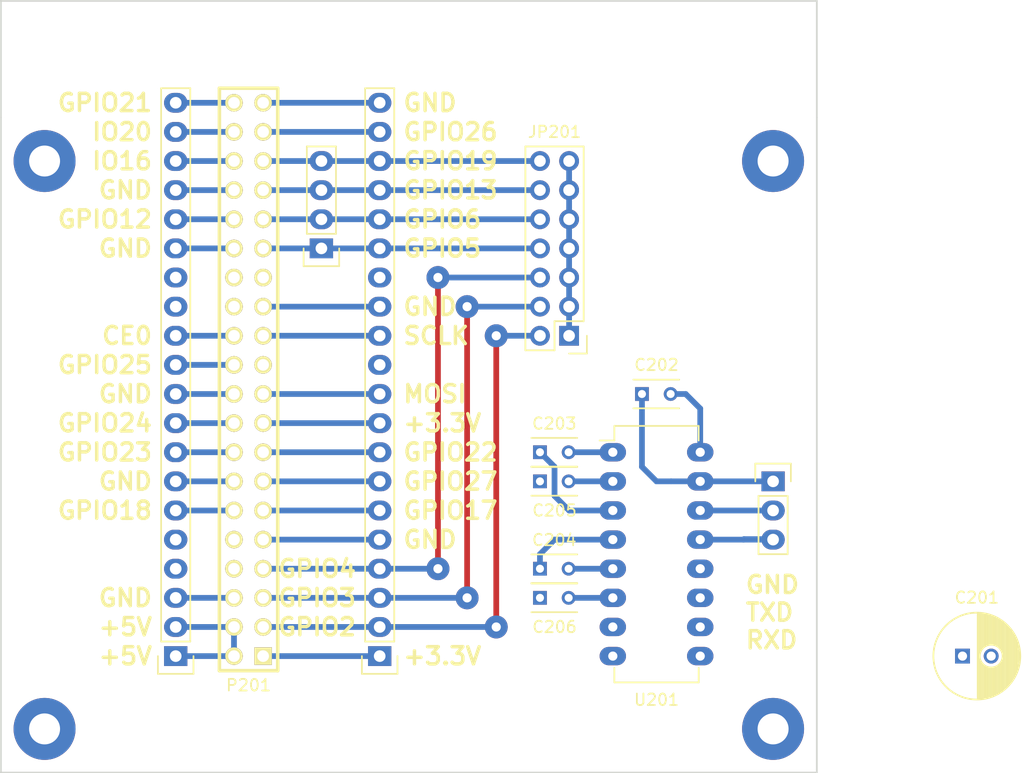
<source format=kicad_pcb>
(kicad_pcb (version 4) (host pcbnew 4.0.5+dfsg1-4)

  (general
    (links 0)
    (no_connects 0)
    (area 91.782857 50.795 190.025001 133.455)
    (thickness 1.6)
    (drawings 41)
    (tracks 80)
    (zones 0)
    (modules 17)
    (nets 1)
  )

  (page A4)
  (title_block
    (title "MM5D Growing house controlling and remote monitoring equip.")
    (date 2019-09-19)
    (rev 190919)
    (company "Pozsar Zsolt - http://www.szerafingomba.hu")
    (comment 1 "Unit U2")
    (comment 4 "Draw no.: 59/5/7")
  )

  (layers
    (0 F.Cu signal)
    (31 B.Cu signal)
    (37 F.SilkS user)
    (44 Edge.Cuts user)
  )

  (setup
    (last_trace_width 0.5)
    (user_trace_width 0.5)
    (trace_clearance 0.5)
    (zone_clearance 0.508)
    (zone_45_only no)
    (trace_min 0.5)
    (segment_width 0.2)
    (edge_width 0.15)
    (via_size 2)
    (via_drill 0.8)
    (via_min_size 2)
    (via_min_drill 0.8)
    (user_via 2.54 0.8)
    (uvia_size 2)
    (uvia_drill 0.8)
    (uvias_allowed no)
    (uvia_min_size 2)
    (uvia_min_drill 0.8)
    (pcb_text_width 0.3)
    (pcb_text_size 1.5 1.5)
    (mod_edge_width 0.15)
    (mod_text_size 1 1)
    (mod_text_width 0.15)
    (pad_size 2.54 2.54)
    (pad_drill 0.8)
    (pad_to_mask_clearance 0.2)
    (aux_axis_origin 0 0)
    (visible_elements 7FFFFFFF)
    (pcbplotparams
      (layerselection 0x00020_80000001)
      (usegerberextensions false)
      (excludeedgelayer false)
      (linewidth 0.150000)
      (plotframeref true)
      (viasonmask false)
      (mode 1)
      (useauxorigin false)
      (hpglpennumber 1)
      (hpglpenspeed 20)
      (hpglpendiameter 15)
      (hpglpenoverlay 2)
      (psnegative false)
      (psa4output false)
      (plotreference true)
      (plotvalue true)
      (plotinvisibletext false)
      (padsonsilk false)
      (subtractmaskfromsilk false)
      (outputformat 5)
      (mirror false)
      (drillshape 1)
      (scaleselection 1)
      (outputdirectory ""))
  )

  (net 0 "")

  (net_class Default "This is the default net class."
    (clearance 0.5)
    (trace_width 0.5)
    (via_dia 2)
    (via_drill 0.8)
    (uvia_dia 2)
    (uvia_drill 0.8)
  )

  (module Mounting_Holes:MountingHole_2.7mm_M2.5_Pad (layer F.Cu) (tedit 5D92496F) (tstamp 5D95109B)
    (at 167.64 74.93)
    (descr "Mounting Hole 2.7mm, M2.5")
    (tags "mounting hole 2.7mm m2.5")
    (fp_text reference REF** (at 0 -15.24) (layer F.SilkS) hide
      (effects (font (size 1 1) (thickness 0.15)))
    )
    (fp_text value MountingHole_2.7mm_M2.5_Pad (at 0 -17.78) (layer F.Fab) hide
      (effects (font (size 1 1) (thickness 0.15)))
    )
    (fp_circle (center 0 0) (end 2.7 0) (layer Cmts.User) (width 0.15))
    (fp_circle (center 0 0) (end 2.95 0) (layer F.CrtYd) (width 0.05))
    (pad 1 thru_hole circle (at 0 0) (size 5.4 5.4) (drill 2.7) (layers *.Cu *.Mask))
  )

  (module Mounting_Holes:MountingHole_2.7mm_M2.5_Pad (layer F.Cu) (tedit 5D924966) (tstamp 5D951091)
    (at 104.14 74.93)
    (descr "Mounting Hole 2.7mm, M2.5")
    (tags "mounting hole 2.7mm m2.5")
    (fp_text reference REF** (at 0 -15.24) (layer F.SilkS) hide
      (effects (font (size 1 1) (thickness 0.15)))
    )
    (fp_text value MountingHole_2.7mm_M2.5_Pad (at 0 -17.78) (layer F.Fab) hide
      (effects (font (size 1 1) (thickness 0.15)))
    )
    (fp_circle (center 0 0) (end 2.7 0) (layer Cmts.User) (width 0.15))
    (fp_circle (center 0 0) (end 2.95 0) (layer F.CrtYd) (width 0.05))
    (pad 1 thru_hole circle (at 0 0) (size 5.4 5.4) (drill 2.7) (layers *.Cu *.Mask))
  )

  (module Mounting_Holes:MountingHole_2.7mm_M2.5_Pad (layer F.Cu) (tedit 5D924680) (tstamp 5D9510AB)
    (at 167.64 124.46)
    (descr "Mounting Hole 2.7mm, M2.5")
    (tags "mounting hole 2.7mm m2.5")
    (fp_text reference REF** (at 0 5.08) (layer F.SilkS) hide
      (effects (font (size 1 1) (thickness 0.15)))
    )
    (fp_text value MountingHole_2.7mm_M2.5_Pad (at 0 7.62) (layer F.Fab) hide
      (effects (font (size 1 1) (thickness 0.15)))
    )
    (fp_circle (center 0 0) (end 2.7 0) (layer Cmts.User) (width 0.15))
    (fp_circle (center 0 0) (end 2.95 0) (layer F.CrtYd) (width 0.05))
    (pad 1 thru_hole circle (at 0 0) (size 5.4 5.4) (drill 2.7) (layers *.Cu *.Mask))
  )

  (module Mounting_Holes:MountingHole_2.7mm_M2.5_Pad (layer F.Cu) (tedit 5D924673) (tstamp 5D9510B8)
    (at 104.14 124.46)
    (descr "Mounting Hole 2.7mm, M2.5")
    (tags "mounting hole 2.7mm m2.5")
    (fp_text reference REF** (at 0 5.08) (layer F.SilkS) hide
      (effects (font (size 1 1) (thickness 0.15)))
    )
    (fp_text value MountingHole_2.7mm_M2.5_Pad (at 0 7.62) (layer F.Fab) hide
      (effects (font (size 1 1) (thickness 0.15)))
    )
    (fp_circle (center 0 0) (end 2.7 0) (layer Cmts.User) (width 0.15))
    (fp_circle (center 0 0) (end 2.95 0) (layer F.CrtYd) (width 0.05))
    (pad 1 thru_hole circle (at 0 0) (size 5.4 5.4) (drill 2.7) (layers *.Cu *.Mask))
  )

  (module Connectors:conn2X20 (layer F.Cu) (tedit 5D92464C) (tstamp 5D953809)
    (at 121.92 93.98 90)
    (descr "Double rangee de contacts 2 x 12 pins")
    (tags CONN)
    (fp_text reference P201 (at -26.67 0 180) (layer F.SilkS)
      (effects (font (size 1.016 1.016) (thickness 0.15)))
    )
    (fp_text value PIN_ARRAY_20X2 (at 0 0 90) (layer F.SilkS) hide
      (effects (font (size 1.016 1.016) (thickness 0.2032)))
    )
    (fp_line (start 25.4 2.54) (end -25.4 2.54) (layer F.SilkS) (width 0.3048))
    (fp_line (start 25.4 -2.54) (end -25.4 -2.54) (layer F.SilkS) (width 0.3048))
    (fp_line (start 25.4 -2.54) (end 25.4 2.54) (layer F.SilkS) (width 0.3048))
    (fp_line (start -25.4 -2.54) (end -25.4 2.54) (layer F.SilkS) (width 0.3048))
    (pad 1 thru_hole rect (at -24.13 1.27 90) (size 1.524 1.524) (drill 1.016) (layers *.Cu *.Mask F.SilkS))
    (pad 2 thru_hole circle (at -24.13 -1.27 90) (size 1.524 1.524) (drill 1.016) (layers *.Cu *.Mask F.SilkS))
    (pad 11 thru_hole circle (at -11.43 1.27 90) (size 1.524 1.524) (drill 1.016) (layers *.Cu *.Mask F.SilkS))
    (pad 4 thru_hole circle (at -21.59 -1.27 90) (size 1.524 1.524) (drill 1.016) (layers *.Cu *.Mask F.SilkS))
    (pad 13 thru_hole circle (at -8.89 1.27 90) (size 1.524 1.524) (drill 1.016) (layers *.Cu *.Mask F.SilkS))
    (pad 6 thru_hole circle (at -19.05 -1.27 90) (size 1.524 1.524) (drill 1.016) (layers *.Cu *.Mask F.SilkS))
    (pad 15 thru_hole circle (at -6.35 1.27 90) (size 1.524 1.524) (drill 1.016) (layers *.Cu *.Mask F.SilkS))
    (pad 8 thru_hole circle (at -16.51 -1.27 90) (size 1.524 1.524) (drill 1.016) (layers *.Cu *.Mask F.SilkS))
    (pad 17 thru_hole circle (at -3.81 1.27 90) (size 1.524 1.524) (drill 1.016) (layers *.Cu *.Mask F.SilkS))
    (pad 10 thru_hole circle (at -13.97 -1.27 90) (size 1.524 1.524) (drill 1.016) (layers *.Cu *.Mask F.SilkS))
    (pad 19 thru_hole circle (at -1.27 1.27 90) (size 1.524 1.524) (drill 1.016) (layers *.Cu *.Mask F.SilkS))
    (pad 12 thru_hole circle (at -11.43 -1.27 90) (size 1.524 1.524) (drill 1.016) (layers *.Cu *.Mask F.SilkS))
    (pad 21 thru_hole circle (at 1.27 1.27 90) (size 1.524 1.524) (drill 1.016) (layers *.Cu *.Mask F.SilkS))
    (pad 14 thru_hole circle (at -8.89 -1.27 90) (size 1.524 1.524) (drill 1.016) (layers *.Cu *.Mask F.SilkS))
    (pad 23 thru_hole circle (at 3.81 1.27 90) (size 1.524 1.524) (drill 1.016) (layers *.Cu *.Mask F.SilkS))
    (pad 16 thru_hole circle (at -6.35 -1.27 90) (size 1.524 1.524) (drill 1.016) (layers *.Cu *.Mask F.SilkS))
    (pad 25 thru_hole circle (at 6.35 1.27 90) (size 1.524 1.524) (drill 1.016) (layers *.Cu *.Mask F.SilkS))
    (pad 18 thru_hole circle (at -3.81 -1.27 90) (size 1.524 1.524) (drill 1.016) (layers *.Cu *.Mask F.SilkS))
    (pad 27 thru_hole circle (at 8.89 1.27 90) (size 1.524 1.524) (drill 1.016) (layers *.Cu *.Mask F.SilkS))
    (pad 20 thru_hole circle (at -1.27 -1.27 90) (size 1.524 1.524) (drill 1.016) (layers *.Cu *.Mask F.SilkS))
    (pad 29 thru_hole circle (at 11.43 1.27 90) (size 1.524 1.524) (drill 1.016) (layers *.Cu *.Mask F.SilkS))
    (pad 22 thru_hole circle (at 1.27 -1.27 90) (size 1.524 1.524) (drill 1.016) (layers *.Cu *.Mask F.SilkS))
    (pad 31 thru_hole circle (at 13.97 1.27 90) (size 1.524 1.524) (drill 1.016) (layers *.Cu *.Mask F.SilkS))
    (pad 24 thru_hole circle (at 3.81 -1.27 90) (size 1.524 1.524) (drill 1.016) (layers *.Cu *.Mask F.SilkS))
    (pad 26 thru_hole circle (at 6.35 -1.27 90) (size 1.524 1.524) (drill 1.016) (layers *.Cu *.Mask F.SilkS))
    (pad 33 thru_hole circle (at 16.51 1.27 90) (size 1.524 1.524) (drill 1.016) (layers *.Cu *.Mask F.SilkS))
    (pad 28 thru_hole circle (at 8.89 -1.27 90) (size 1.524 1.524) (drill 1.016) (layers *.Cu *.Mask F.SilkS))
    (pad 32 thru_hole circle (at 13.97 -1.27 90) (size 1.524 1.524) (drill 1.016) (layers *.Cu *.Mask F.SilkS))
    (pad 34 thru_hole circle (at 16.51 -1.27 90) (size 1.524 1.524) (drill 1.016) (layers *.Cu *.Mask F.SilkS))
    (pad 36 thru_hole circle (at 19.05 -1.27 90) (size 1.524 1.524) (drill 1.016) (layers *.Cu *.Mask F.SilkS))
    (pad 38 thru_hole circle (at 21.59 -1.27 90) (size 1.524 1.524) (drill 1.016) (layers *.Cu *.Mask F.SilkS))
    (pad 35 thru_hole circle (at 19.05 1.27 90) (size 1.524 1.524) (drill 1.016) (layers *.Cu *.Mask F.SilkS))
    (pad 37 thru_hole circle (at 21.59 1.27 90) (size 1.524 1.524) (drill 1.016) (layers *.Cu *.Mask F.SilkS))
    (pad 3 thru_hole circle (at -21.59 1.27 90) (size 1.524 1.524) (drill 1.016) (layers *.Cu *.Mask F.SilkS))
    (pad 5 thru_hole circle (at -19.05 1.27 90) (size 1.524 1.524) (drill 1.016) (layers *.Cu *.Mask F.SilkS))
    (pad 7 thru_hole circle (at -16.51 1.27 90) (size 1.524 1.524) (drill 1.016) (layers *.Cu *.Mask F.SilkS))
    (pad 9 thru_hole circle (at -13.97 1.27 90) (size 1.524 1.524) (drill 1.016) (layers *.Cu *.Mask F.SilkS))
    (pad 39 thru_hole circle (at 24.13 1.27 90) (size 1.524 1.524) (drill 1.016) (layers *.Cu *.Mask F.SilkS))
    (pad 40 thru_hole circle (at 24.13 -1.27 90) (size 1.524 1.524) (drill 1.016) (layers *.Cu *.Mask F.SilkS))
    (pad 30 thru_hole circle (at 11.43 -1.27 90) (size 1.524 1.524) (drill 1.016) (layers *.Cu *.Mask F.SilkS))
    (model pin_array/pins_array_20x2.wrl
      (at (xyz 0 0 0))
      (scale (xyz 1 1 1))
      (rotate (xyz 0 0 0))
    )
  )

  (module Pin_Headers:Pin_Header_Straight_1x20 (layer F.Cu) (tedit 5D924676) (tstamp 5D95BCC8)
    (at 115.57 118.11 180)
    (descr "Through hole pin header")
    (tags "pin header")
    (fp_text reference REF** (at 0 -6.35 180) (layer F.SilkS) hide
      (effects (font (size 1 1) (thickness 0.15)))
    )
    (fp_text value Pin_Header_Straight_1x20 (at 0 -8.89 180) (layer F.Fab) hide
      (effects (font (size 1 1) (thickness 0.15)))
    )
    (fp_line (start -1.75 -1.75) (end -1.75 50.05) (layer F.CrtYd) (width 0.05))
    (fp_line (start 1.75 -1.75) (end 1.75 50.05) (layer F.CrtYd) (width 0.05))
    (fp_line (start -1.75 -1.75) (end 1.75 -1.75) (layer F.CrtYd) (width 0.05))
    (fp_line (start -1.75 50.05) (end 1.75 50.05) (layer F.CrtYd) (width 0.05))
    (fp_line (start 1.27 1.27) (end 1.27 49.53) (layer F.SilkS) (width 0.15))
    (fp_line (start 1.27 49.53) (end -1.27 49.53) (layer F.SilkS) (width 0.15))
    (fp_line (start -1.27 49.53) (end -1.27 1.27) (layer F.SilkS) (width 0.15))
    (fp_line (start 1.55 -1.55) (end 1.55 0) (layer F.SilkS) (width 0.15))
    (fp_line (start 1.27 1.27) (end -1.27 1.27) (layer F.SilkS) (width 0.15))
    (fp_line (start -1.55 0) (end -1.55 -1.55) (layer F.SilkS) (width 0.15))
    (fp_line (start -1.55 -1.55) (end 1.55 -1.55) (layer F.SilkS) (width 0.15))
    (pad 1 thru_hole rect (at 0 0 180) (size 2.032 1.7272) (drill 1.016) (layers *.Cu *.Mask))
    (pad 2 thru_hole oval (at 0 2.54 180) (size 2.032 1.7272) (drill 1.016) (layers *.Cu *.Mask))
    (pad 3 thru_hole oval (at 0 5.08 180) (size 2.032 1.7272) (drill 1.016) (layers *.Cu *.Mask))
    (pad 4 thru_hole oval (at 0 7.62 180) (size 2.032 1.7272) (drill 1.016) (layers *.Cu *.Mask))
    (pad 5 thru_hole oval (at 0 10.16 180) (size 2.032 1.7272) (drill 1.016) (layers *.Cu *.Mask))
    (pad 6 thru_hole oval (at 0 12.7 180) (size 2.032 1.7272) (drill 1.016) (layers *.Cu *.Mask))
    (pad 7 thru_hole oval (at 0 15.24 180) (size 2.032 1.7272) (drill 1.016) (layers *.Cu *.Mask))
    (pad 8 thru_hole oval (at 0 17.78 180) (size 2.032 1.7272) (drill 1.016) (layers *.Cu *.Mask))
    (pad 9 thru_hole oval (at 0 20.32 180) (size 2.032 1.7272) (drill 1.016) (layers *.Cu *.Mask))
    (pad 10 thru_hole oval (at 0 22.86 180) (size 2.032 1.7272) (drill 1.016) (layers *.Cu *.Mask))
    (pad 11 thru_hole oval (at 0 25.4 180) (size 2.032 1.7272) (drill 1.016) (layers *.Cu *.Mask))
    (pad 12 thru_hole oval (at 0 27.94 180) (size 2.032 1.7272) (drill 1.016) (layers *.Cu *.Mask))
    (pad 13 thru_hole oval (at 0 30.48 180) (size 2.032 1.7272) (drill 1.016) (layers *.Cu *.Mask))
    (pad 14 thru_hole oval (at 0 33.02 180) (size 2.032 1.7272) (drill 1.016) (layers *.Cu *.Mask))
    (pad 15 thru_hole oval (at 0 35.56 180) (size 2.032 1.7272) (drill 1.016) (layers *.Cu *.Mask))
    (pad 16 thru_hole oval (at 0 38.1 180) (size 2.032 1.7272) (drill 1.016) (layers *.Cu *.Mask))
    (pad 17 thru_hole oval (at 0 40.64 180) (size 2.032 1.7272) (drill 1.016) (layers *.Cu *.Mask))
    (pad 18 thru_hole oval (at 0 43.18 180) (size 2.032 1.7272) (drill 1.016) (layers *.Cu *.Mask))
    (pad 19 thru_hole oval (at 0 45.72 180) (size 2.032 1.7272) (drill 1.016) (layers *.Cu *.Mask))
    (pad 20 thru_hole oval (at 0 48.26 180) (size 2.032 1.7272) (drill 1.016) (layers *.Cu *.Mask))
    (model Pin_Headers.3dshapes/Pin_Header_Straight_1x20.wrl
      (at (xyz 0 -0.95 0))
      (scale (xyz 1 1 1))
      (rotate (xyz 0 0 90))
    )
  )

  (module Pin_Headers:Pin_Header_Straight_1x20 (layer F.Cu) (tedit 5D924683) (tstamp 5D95BD85)
    (at 133.35 118.11 180)
    (descr "Through hole pin header")
    (tags "pin header")
    (fp_text reference REF** (at 0 -6.35 180) (layer F.SilkS) hide
      (effects (font (size 1 1) (thickness 0.15)))
    )
    (fp_text value Pin_Header_Straight_1x20 (at 0 -8.89 180) (layer F.Fab) hide
      (effects (font (size 1 1) (thickness 0.15)))
    )
    (fp_line (start -1.75 -1.75) (end -1.75 50.05) (layer F.CrtYd) (width 0.05))
    (fp_line (start 1.75 -1.75) (end 1.75 50.05) (layer F.CrtYd) (width 0.05))
    (fp_line (start -1.75 -1.75) (end 1.75 -1.75) (layer F.CrtYd) (width 0.05))
    (fp_line (start -1.75 50.05) (end 1.75 50.05) (layer F.CrtYd) (width 0.05))
    (fp_line (start 1.27 1.27) (end 1.27 49.53) (layer F.SilkS) (width 0.15))
    (fp_line (start 1.27 49.53) (end -1.27 49.53) (layer F.SilkS) (width 0.15))
    (fp_line (start -1.27 49.53) (end -1.27 1.27) (layer F.SilkS) (width 0.15))
    (fp_line (start 1.55 -1.55) (end 1.55 0) (layer F.SilkS) (width 0.15))
    (fp_line (start 1.27 1.27) (end -1.27 1.27) (layer F.SilkS) (width 0.15))
    (fp_line (start -1.55 0) (end -1.55 -1.55) (layer F.SilkS) (width 0.15))
    (fp_line (start -1.55 -1.55) (end 1.55 -1.55) (layer F.SilkS) (width 0.15))
    (pad 1 thru_hole rect (at 0 0 180) (size 2.032 1.7272) (drill 1.016) (layers *.Cu *.Mask))
    (pad 2 thru_hole oval (at 0 2.54 180) (size 2.032 1.7272) (drill 1.016) (layers *.Cu *.Mask))
    (pad 3 thru_hole oval (at 0 5.08 180) (size 2.032 1.7272) (drill 1.016) (layers *.Cu *.Mask))
    (pad 4 thru_hole oval (at 0 7.62 180) (size 2.032 1.7272) (drill 1.016) (layers *.Cu *.Mask))
    (pad 5 thru_hole oval (at 0 10.16 180) (size 2.032 1.7272) (drill 1.016) (layers *.Cu *.Mask))
    (pad 6 thru_hole oval (at 0 12.7 180) (size 2.032 1.7272) (drill 1.016) (layers *.Cu *.Mask))
    (pad 7 thru_hole oval (at 0 15.24 180) (size 2.032 1.7272) (drill 1.016) (layers *.Cu *.Mask))
    (pad 8 thru_hole oval (at 0 17.78 180) (size 2.032 1.7272) (drill 1.016) (layers *.Cu *.Mask))
    (pad 9 thru_hole oval (at 0 20.32 180) (size 2.032 1.7272) (drill 1.016) (layers *.Cu *.Mask))
    (pad 10 thru_hole oval (at 0 22.86 180) (size 2.032 1.7272) (drill 1.016) (layers *.Cu *.Mask))
    (pad 11 thru_hole oval (at 0 25.4 180) (size 2.032 1.7272) (drill 1.016) (layers *.Cu *.Mask))
    (pad 12 thru_hole oval (at 0 27.94 180) (size 2.032 1.7272) (drill 1.016) (layers *.Cu *.Mask))
    (pad 13 thru_hole oval (at 0 30.48 180) (size 2.032 1.7272) (drill 1.016) (layers *.Cu *.Mask))
    (pad 14 thru_hole oval (at 0 33.02 180) (size 2.032 1.7272) (drill 1.016) (layers *.Cu *.Mask))
    (pad 15 thru_hole oval (at 0 35.56 180) (size 2.032 1.7272) (drill 1.016) (layers *.Cu *.Mask))
    (pad 16 thru_hole oval (at 0 38.1 180) (size 2.032 1.7272) (drill 1.016) (layers *.Cu *.Mask))
    (pad 17 thru_hole oval (at 0 40.64 180) (size 2.032 1.7272) (drill 1.016) (layers *.Cu *.Mask))
    (pad 18 thru_hole oval (at 0 43.18 180) (size 2.032 1.7272) (drill 1.016) (layers *.Cu *.Mask))
    (pad 19 thru_hole oval (at 0 45.72 180) (size 2.032 1.7272) (drill 1.016) (layers *.Cu *.Mask))
    (pad 20 thru_hole oval (at 0 48.26 180) (size 2.032 1.7272) (drill 1.016) (layers *.Cu *.Mask))
    (model Pin_Headers.3dshapes/Pin_Header_Straight_1x20.wrl
      (at (xyz 0 -0.95 0))
      (scale (xyz 1 1 1))
      (rotate (xyz 0 0 90))
    )
  )

  (module Pin_Headers:Pin_Header_Straight_1x04 (layer F.Cu) (tedit 5D924969) (tstamp 5D96295A)
    (at 128.27 82.55 180)
    (descr "Through hole pin header")
    (tags "pin header")
    (fp_text reference REF** (at 1.27 27.94 180) (layer F.SilkS) hide
      (effects (font (size 1 1) (thickness 0.15)))
    )
    (fp_text value Pin_Header_Straight_1x04 (at 0 30.48 360) (layer F.Fab) hide
      (effects (font (size 1 1) (thickness 0.15)))
    )
    (fp_line (start -1.75 -1.75) (end -1.75 9.4) (layer F.CrtYd) (width 0.05))
    (fp_line (start 1.75 -1.75) (end 1.75 9.4) (layer F.CrtYd) (width 0.05))
    (fp_line (start -1.75 -1.75) (end 1.75 -1.75) (layer F.CrtYd) (width 0.05))
    (fp_line (start -1.75 9.4) (end 1.75 9.4) (layer F.CrtYd) (width 0.05))
    (fp_line (start -1.27 1.27) (end -1.27 8.89) (layer F.SilkS) (width 0.15))
    (fp_line (start 1.27 1.27) (end 1.27 8.89) (layer F.SilkS) (width 0.15))
    (fp_line (start 1.55 -1.55) (end 1.55 0) (layer F.SilkS) (width 0.15))
    (fp_line (start -1.27 8.89) (end 1.27 8.89) (layer F.SilkS) (width 0.15))
    (fp_line (start 1.27 1.27) (end -1.27 1.27) (layer F.SilkS) (width 0.15))
    (fp_line (start -1.55 0) (end -1.55 -1.55) (layer F.SilkS) (width 0.15))
    (fp_line (start -1.55 -1.55) (end 1.55 -1.55) (layer F.SilkS) (width 0.15))
    (pad 1 thru_hole rect (at 0 0 180) (size 2.032 1.7272) (drill 1.016) (layers *.Cu *.Mask))
    (pad 2 thru_hole oval (at 0 2.54 180) (size 2.032 1.7272) (drill 1.016) (layers *.Cu *.Mask))
    (pad 3 thru_hole oval (at 0 5.08 180) (size 2.032 1.7272) (drill 1.016) (layers *.Cu *.Mask))
    (pad 4 thru_hole oval (at 0 7.62 180) (size 2.032 1.7272) (drill 1.016) (layers *.Cu *.Mask))
    (model Pin_Headers.3dshapes/Pin_Header_Straight_1x04.wrl
      (at (xyz 0 -0.15 0))
      (scale (xyz 1 1 1))
      (rotate (xyz 0 0 90))
    )
  )

  (module Housings_DIP:DIP-16_W7.62mm_LongPads (layer F.Cu) (tedit 5D92527E) (tstamp 5D925600)
    (at 153.67 100.33)
    (descr "16-lead dip package, row spacing 7.62 mm (300 mils), longer pads")
    (tags "dil dip 2.54 300")
    (fp_text reference U201 (at 3.81 21.59 180) (layer F.SilkS)
      (effects (font (size 1 1) (thickness 0.15)))
    )
    (fp_text value MAX3232CPE (at 3.81 8.89 90) (layer F.Fab)
      (effects (font (size 1 1) (thickness 0.15)))
    )
    (fp_line (start -1.4 -2.45) (end -1.4 20.25) (layer F.CrtYd) (width 0.05))
    (fp_line (start 9 -2.45) (end 9 20.25) (layer F.CrtYd) (width 0.05))
    (fp_line (start -1.4 -2.45) (end 9 -2.45) (layer F.CrtYd) (width 0.05))
    (fp_line (start -1.4 20.25) (end 9 20.25) (layer F.CrtYd) (width 0.05))
    (fp_line (start 0.135 -2.295) (end 0.135 -1.025) (layer F.SilkS) (width 0.15))
    (fp_line (start 7.485 -2.295) (end 7.485 -1.025) (layer F.SilkS) (width 0.15))
    (fp_line (start 7.485 20.075) (end 7.485 18.805) (layer F.SilkS) (width 0.15))
    (fp_line (start 0.135 20.075) (end 0.135 18.805) (layer F.SilkS) (width 0.15))
    (fp_line (start 0.135 -2.295) (end 7.485 -2.295) (layer F.SilkS) (width 0.15))
    (fp_line (start 0.135 20.075) (end 7.485 20.075) (layer F.SilkS) (width 0.15))
    (fp_line (start 0.135 -1.025) (end -1.15 -1.025) (layer F.SilkS) (width 0.15))
    (pad 1 thru_hole oval (at 0 0) (size 2.3 1.6) (drill 0.8) (layers *.Cu *.Mask))
    (pad 2 thru_hole oval (at 0 2.54) (size 2.3 1.6) (drill 0.8) (layers *.Cu *.Mask))
    (pad 3 thru_hole oval (at 0 5.08) (size 2.3 1.6) (drill 0.8) (layers *.Cu *.Mask))
    (pad 4 thru_hole oval (at 0 7.62) (size 2.3 1.6) (drill 0.8) (layers *.Cu *.Mask))
    (pad 5 thru_hole oval (at 0 10.16) (size 2.3 1.6) (drill 0.8) (layers *.Cu *.Mask))
    (pad 6 thru_hole oval (at 0 12.7) (size 2.3 1.6) (drill 0.8) (layers *.Cu *.Mask))
    (pad 7 thru_hole oval (at 0 15.24) (size 2.3 1.6) (drill 0.8) (layers *.Cu *.Mask))
    (pad 8 thru_hole oval (at 0 17.78) (size 2.3 1.6) (drill 0.8) (layers *.Cu *.Mask))
    (pad 9 thru_hole oval (at 7.62 17.78) (size 2.3 1.6) (drill 0.8) (layers *.Cu *.Mask))
    (pad 10 thru_hole oval (at 7.62 15.24) (size 2.3 1.6) (drill 0.8) (layers *.Cu *.Mask))
    (pad 11 thru_hole oval (at 7.62 12.7) (size 2.3 1.6) (drill 0.8) (layers *.Cu *.Mask))
    (pad 12 thru_hole oval (at 7.62 10.16) (size 2.3 1.6) (drill 0.8) (layers *.Cu *.Mask))
    (pad 13 thru_hole oval (at 7.62 7.62) (size 2.3 1.6) (drill 0.8) (layers *.Cu *.Mask))
    (pad 14 thru_hole oval (at 7.62 5.08) (size 2.3 1.6) (drill 0.8) (layers *.Cu *.Mask))
    (pad 15 thru_hole oval (at 7.62 2.54) (size 2.3 1.6) (drill 0.8) (layers *.Cu *.Mask))
    (pad 16 thru_hole oval (at 7.62 0) (size 2.3 1.6) (drill 0.8) (layers *.Cu *.Mask))
    (model Housings_DIP.3dshapes/DIP-16_W7.62mm_LongPads.wrl
      (at (xyz 0 0 0))
      (scale (xyz 1 1 1))
      (rotate (xyz 0 0 0))
    )
  )

  (module Capacitors_THT:C_Radial_D7.5_L11.2_P2.5 (layer F.Cu) (tedit 5D92454B) (tstamp 5D92683F)
    (at 184.15 118.11)
    (descr "Radial Electrolytic Capacitor Diameter 7.5mm x Length 11.2mm, Pitch 2.5mm")
    (tags "Electrolytic Capacitor")
    (fp_text reference C201 (at 1.25 -5.1) (layer F.SilkS)
      (effects (font (size 1 1) (thickness 0.15)))
    )
    (fp_text value 100u (at 1.25 5.1) (layer F.Fab)
      (effects (font (size 1 1) (thickness 0.15)))
    )
    (fp_line (start 1.325 -3.749) (end 1.325 3.749) (layer F.SilkS) (width 0.15))
    (fp_line (start 1.465 -3.744) (end 1.465 3.744) (layer F.SilkS) (width 0.15))
    (fp_line (start 1.605 -3.733) (end 1.605 -0.446) (layer F.SilkS) (width 0.15))
    (fp_line (start 1.605 0.446) (end 1.605 3.733) (layer F.SilkS) (width 0.15))
    (fp_line (start 1.745 -3.717) (end 1.745 -0.656) (layer F.SilkS) (width 0.15))
    (fp_line (start 1.745 0.656) (end 1.745 3.717) (layer F.SilkS) (width 0.15))
    (fp_line (start 1.885 -3.696) (end 1.885 -0.789) (layer F.SilkS) (width 0.15))
    (fp_line (start 1.885 0.789) (end 1.885 3.696) (layer F.SilkS) (width 0.15))
    (fp_line (start 2.025 -3.669) (end 2.025 -0.88) (layer F.SilkS) (width 0.15))
    (fp_line (start 2.025 0.88) (end 2.025 3.669) (layer F.SilkS) (width 0.15))
    (fp_line (start 2.165 -3.637) (end 2.165 -0.942) (layer F.SilkS) (width 0.15))
    (fp_line (start 2.165 0.942) (end 2.165 3.637) (layer F.SilkS) (width 0.15))
    (fp_line (start 2.305 -3.599) (end 2.305 -0.981) (layer F.SilkS) (width 0.15))
    (fp_line (start 2.305 0.981) (end 2.305 3.599) (layer F.SilkS) (width 0.15))
    (fp_line (start 2.445 -3.555) (end 2.445 -0.998) (layer F.SilkS) (width 0.15))
    (fp_line (start 2.445 0.998) (end 2.445 3.555) (layer F.SilkS) (width 0.15))
    (fp_line (start 2.585 -3.504) (end 2.585 -0.996) (layer F.SilkS) (width 0.15))
    (fp_line (start 2.585 0.996) (end 2.585 3.504) (layer F.SilkS) (width 0.15))
    (fp_line (start 2.725 -3.448) (end 2.725 -0.974) (layer F.SilkS) (width 0.15))
    (fp_line (start 2.725 0.974) (end 2.725 3.448) (layer F.SilkS) (width 0.15))
    (fp_line (start 2.865 -3.384) (end 2.865 -0.931) (layer F.SilkS) (width 0.15))
    (fp_line (start 2.865 0.931) (end 2.865 3.384) (layer F.SilkS) (width 0.15))
    (fp_line (start 3.005 -3.314) (end 3.005 -0.863) (layer F.SilkS) (width 0.15))
    (fp_line (start 3.005 0.863) (end 3.005 3.314) (layer F.SilkS) (width 0.15))
    (fp_line (start 3.145 -3.236) (end 3.145 -0.764) (layer F.SilkS) (width 0.15))
    (fp_line (start 3.145 0.764) (end 3.145 3.236) (layer F.SilkS) (width 0.15))
    (fp_line (start 3.285 -3.15) (end 3.285 -0.619) (layer F.SilkS) (width 0.15))
    (fp_line (start 3.285 0.619) (end 3.285 3.15) (layer F.SilkS) (width 0.15))
    (fp_line (start 3.425 -3.055) (end 3.425 -0.38) (layer F.SilkS) (width 0.15))
    (fp_line (start 3.425 0.38) (end 3.425 3.055) (layer F.SilkS) (width 0.15))
    (fp_line (start 3.565 -2.95) (end 3.565 2.95) (layer F.SilkS) (width 0.15))
    (fp_line (start 3.705 -2.835) (end 3.705 2.835) (layer F.SilkS) (width 0.15))
    (fp_line (start 3.845 -2.707) (end 3.845 2.707) (layer F.SilkS) (width 0.15))
    (fp_line (start 3.985 -2.566) (end 3.985 2.566) (layer F.SilkS) (width 0.15))
    (fp_line (start 4.125 -2.408) (end 4.125 2.408) (layer F.SilkS) (width 0.15))
    (fp_line (start 4.265 -2.23) (end 4.265 2.23) (layer F.SilkS) (width 0.15))
    (fp_line (start 4.405 -2.027) (end 4.405 2.027) (layer F.SilkS) (width 0.15))
    (fp_line (start 4.545 -1.79) (end 4.545 1.79) (layer F.SilkS) (width 0.15))
    (fp_line (start 4.685 -1.504) (end 4.685 1.504) (layer F.SilkS) (width 0.15))
    (fp_line (start 4.825 -1.132) (end 4.825 1.132) (layer F.SilkS) (width 0.15))
    (fp_line (start 4.965 -0.511) (end 4.965 0.511) (layer F.SilkS) (width 0.15))
    (fp_circle (center 2.5 0) (end 2.5 -1) (layer F.SilkS) (width 0.15))
    (fp_circle (center 1.25 0) (end 1.25 -3.7875) (layer F.SilkS) (width 0.15))
    (fp_circle (center 1.25 0) (end 1.25 -4.1) (layer F.CrtYd) (width 0.05))
    (pad 2 thru_hole circle (at 2.5 0) (size 1.3 1.3) (drill 0.8) (layers *.Cu *.Mask))
    (pad 1 thru_hole rect (at 0 0) (size 1.3 1.3) (drill 0.8) (layers *.Cu *.Mask))
    (model Capacitors_ThroughHole.3dshapes/C_Radial_D7.5_L11.2_P2.5.wrl
      (at (xyz 0 0 0))
      (scale (xyz 1 1 1))
      (rotate (xyz 0 0 0))
    )
  )

  (module Capacitors_THT:C_Rect_L4_W2.5_P2.5 (layer F.Cu) (tedit 5D924518) (tstamp 5D927E6C)
    (at 147.32 100.33)
    (descr "Film Capacitor Length 4mm x Width 2.5mm, Pitch 2.5mm")
    (tags Capacitor)
    (fp_text reference C203 (at 1.25 -2.5) (layer F.SilkS)
      (effects (font (size 1 1) (thickness 0.15)))
    )
    (fp_text value 100n (at 1.27 0) (layer F.Fab)
      (effects (font (size 1 1) (thickness 0.15)))
    )
    (fp_line (start -1 -1.5) (end 3.5 -1.5) (layer F.CrtYd) (width 0.05))
    (fp_line (start 3.5 -1.5) (end 3.5 1.5) (layer F.CrtYd) (width 0.05))
    (fp_line (start 3.5 1.5) (end -1 1.5) (layer F.CrtYd) (width 0.05))
    (fp_line (start -1 1.5) (end -1 -1.5) (layer F.CrtYd) (width 0.05))
    (fp_line (start -0.75 -1.25) (end 3.25 -1.25) (layer F.SilkS) (width 0.15))
    (fp_line (start -0.75 1.25) (end 3.25 1.25) (layer F.SilkS) (width 0.15))
    (pad 1 thru_hole rect (at 0 0) (size 1.2 1.2) (drill 0.7) (layers *.Cu *.Mask))
    (pad 2 thru_hole circle (at 2.5 0) (size 1.2 1.2) (drill 0.7) (layers *.Cu *.Mask))
  )

  (module Capacitors_THT:C_Rect_L4_W2.5_P2.5 (layer F.Cu) (tedit 5D92527A) (tstamp 5D927E83)
    (at 156.21 95.25)
    (descr "Film Capacitor Length 4mm x Width 2.5mm, Pitch 2.5mm")
    (tags Capacitor)
    (fp_text reference C202 (at 1.27 -2.54 180) (layer F.SilkS)
      (effects (font (size 1 1) (thickness 0.15)))
    )
    (fp_text value 100n (at 1.27 0) (layer F.Fab)
      (effects (font (size 1 1) (thickness 0.15)))
    )
    (fp_line (start -1 -1.5) (end 3.5 -1.5) (layer F.CrtYd) (width 0.05))
    (fp_line (start 3.5 -1.5) (end 3.5 1.5) (layer F.CrtYd) (width 0.05))
    (fp_line (start 3.5 1.5) (end -1 1.5) (layer F.CrtYd) (width 0.05))
    (fp_line (start -1 1.5) (end -1 -1.5) (layer F.CrtYd) (width 0.05))
    (fp_line (start -0.75 -1.25) (end 3.25 -1.25) (layer F.SilkS) (width 0.15))
    (fp_line (start -0.75 1.25) (end 3.25 1.25) (layer F.SilkS) (width 0.15))
    (pad 1 thru_hole rect (at 0 0) (size 1.2 1.2) (drill 0.7) (layers *.Cu *.Mask))
    (pad 2 thru_hole circle (at 2.5 0) (size 1.2 1.2) (drill 0.7) (layers *.Cu *.Mask))
  )

  (module Capacitors_THT:C_Rect_L4_W2.5_P2.5 (layer F.Cu) (tedit 5D92451C) (tstamp 5D927E9A)
    (at 147.32 110.49)
    (descr "Film Capacitor Length 4mm x Width 2.5mm, Pitch 2.5mm")
    (tags Capacitor)
    (fp_text reference C204 (at 1.25 -2.5) (layer F.SilkS)
      (effects (font (size 1 1) (thickness 0.15)))
    )
    (fp_text value 100n (at 1.27 0) (layer F.Fab)
      (effects (font (size 1 1) (thickness 0.15)))
    )
    (fp_line (start -1 -1.5) (end 3.5 -1.5) (layer F.CrtYd) (width 0.05))
    (fp_line (start 3.5 -1.5) (end 3.5 1.5) (layer F.CrtYd) (width 0.05))
    (fp_line (start 3.5 1.5) (end -1 1.5) (layer F.CrtYd) (width 0.05))
    (fp_line (start -1 1.5) (end -1 -1.5) (layer F.CrtYd) (width 0.05))
    (fp_line (start -0.75 -1.25) (end 3.25 -1.25) (layer F.SilkS) (width 0.15))
    (fp_line (start -0.75 1.25) (end 3.25 1.25) (layer F.SilkS) (width 0.15))
    (pad 1 thru_hole rect (at 0 0) (size 1.2 1.2) (drill 0.7) (layers *.Cu *.Mask))
    (pad 2 thru_hole circle (at 2.5 0) (size 1.2 1.2) (drill 0.7) (layers *.Cu *.Mask))
  )

  (module Capacitors_THT:C_Rect_L4_W2.5_P2.5 (layer F.Cu) (tedit 5D9244F9) (tstamp 5D927EB1)
    (at 147.32 113.03)
    (descr "Film Capacitor Length 4mm x Width 2.5mm, Pitch 2.5mm")
    (tags Capacitor)
    (fp_text reference C206 (at 1.27 2.54) (layer F.SilkS)
      (effects (font (size 1 1) (thickness 0.15)))
    )
    (fp_text value 100n (at 1.27 0) (layer F.Fab)
      (effects (font (size 1 1) (thickness 0.15)))
    )
    (fp_line (start -1 -1.5) (end 3.5 -1.5) (layer F.CrtYd) (width 0.05))
    (fp_line (start 3.5 -1.5) (end 3.5 1.5) (layer F.CrtYd) (width 0.05))
    (fp_line (start 3.5 1.5) (end -1 1.5) (layer F.CrtYd) (width 0.05))
    (fp_line (start -1 1.5) (end -1 -1.5) (layer F.CrtYd) (width 0.05))
    (fp_line (start -0.75 -1.25) (end 3.25 -1.25) (layer F.SilkS) (width 0.15))
    (fp_line (start -0.75 1.25) (end 3.25 1.25) (layer F.SilkS) (width 0.15))
    (pad 1 thru_hole rect (at 0 0) (size 1.2 1.2) (drill 0.7) (layers *.Cu *.Mask))
    (pad 2 thru_hole circle (at 2.5 0) (size 1.2 1.2) (drill 0.7) (layers *.Cu *.Mask))
  )

  (module Capacitors_THT:C_Rect_L4_W2.5_P2.5 (layer F.Cu) (tedit 5D924516) (tstamp 5D927EC8)
    (at 147.32 102.87)
    (descr "Film Capacitor Length 4mm x Width 2.5mm, Pitch 2.5mm")
    (tags Capacitor)
    (fp_text reference C205 (at 1.27 2.54) (layer F.SilkS)
      (effects (font (size 1 1) (thickness 0.15)))
    )
    (fp_text value 100n (at 1.27 0) (layer F.Fab)
      (effects (font (size 1 1) (thickness 0.15)))
    )
    (fp_line (start -1 -1.5) (end 3.5 -1.5) (layer F.CrtYd) (width 0.05))
    (fp_line (start 3.5 -1.5) (end 3.5 1.5) (layer F.CrtYd) (width 0.05))
    (fp_line (start 3.5 1.5) (end -1 1.5) (layer F.CrtYd) (width 0.05))
    (fp_line (start -1 1.5) (end -1 -1.5) (layer F.CrtYd) (width 0.05))
    (fp_line (start -0.75 -1.25) (end 3.25 -1.25) (layer F.SilkS) (width 0.15))
    (fp_line (start -0.75 1.25) (end 3.25 1.25) (layer F.SilkS) (width 0.15))
    (pad 1 thru_hole rect (at 0 0) (size 1.2 1.2) (drill 0.7) (layers *.Cu *.Mask))
    (pad 2 thru_hole circle (at 2.5 0) (size 1.2 1.2) (drill 0.7) (layers *.Cu *.Mask))
  )

  (module Pin_Headers:Pin_Header_Straight_1x03 (layer F.Cu) (tedit 5D9248C7) (tstamp 5D92F8CC)
    (at 167.64 102.87)
    (descr "Through hole pin header")
    (tags "pin header")
    (fp_text reference REF** (at 5.08 2.54 90) (layer F.SilkS) hide
      (effects (font (size 1 1) (thickness 0.15)))
    )
    (fp_text value Pin_Header_Straight_1x03 (at 7.62 2.54 270) (layer F.Fab) hide
      (effects (font (size 1 1) (thickness 0.15)))
    )
    (fp_line (start -1.75 -1.75) (end -1.75 6.85) (layer F.CrtYd) (width 0.05))
    (fp_line (start 1.75 -1.75) (end 1.75 6.85) (layer F.CrtYd) (width 0.05))
    (fp_line (start -1.75 -1.75) (end 1.75 -1.75) (layer F.CrtYd) (width 0.05))
    (fp_line (start -1.75 6.85) (end 1.75 6.85) (layer F.CrtYd) (width 0.05))
    (fp_line (start -1.27 1.27) (end -1.27 6.35) (layer F.SilkS) (width 0.15))
    (fp_line (start -1.27 6.35) (end 1.27 6.35) (layer F.SilkS) (width 0.15))
    (fp_line (start 1.27 6.35) (end 1.27 1.27) (layer F.SilkS) (width 0.15))
    (fp_line (start 1.55 -1.55) (end 1.55 0) (layer F.SilkS) (width 0.15))
    (fp_line (start 1.27 1.27) (end -1.27 1.27) (layer F.SilkS) (width 0.15))
    (fp_line (start -1.55 0) (end -1.55 -1.55) (layer F.SilkS) (width 0.15))
    (fp_line (start -1.55 -1.55) (end 1.55 -1.55) (layer F.SilkS) (width 0.15))
    (pad 1 thru_hole rect (at 0 0) (size 2.032 1.7272) (drill 1.016) (layers *.Cu *.Mask))
    (pad 2 thru_hole oval (at 0 2.54) (size 2.032 1.7272) (drill 1.016) (layers *.Cu *.Mask))
    (pad 3 thru_hole oval (at 0 5.08) (size 2.032 1.7272) (drill 1.016) (layers *.Cu *.Mask))
    (model Pin_Headers.3dshapes/Pin_Header_Straight_1x03.wrl
      (at (xyz 0 -0.1 0))
      (scale (xyz 1 1 1))
      (rotate (xyz 0 0 90))
    )
  )

  (module Pin_Headers:Pin_Header_Straight_2x07 (layer F.Cu) (tedit 5D9251F6) (tstamp 5D936D2E)
    (at 149.86 90.17 180)
    (descr "Through hole pin header")
    (tags "pin header")
    (fp_text reference JP201 (at 1.27 17.78 180) (layer F.SilkS)
      (effects (font (size 1 1) (thickness 0.15)))
    )
    (fp_text value Pin_Header_Straight_2x07 (at 0 33.02 180) (layer F.Fab) hide
      (effects (font (size 1 1) (thickness 0.15)))
    )
    (fp_line (start -1.75 -1.75) (end -1.75 17) (layer F.CrtYd) (width 0.05))
    (fp_line (start 4.3 -1.75) (end 4.3 17) (layer F.CrtYd) (width 0.05))
    (fp_line (start -1.75 -1.75) (end 4.3 -1.75) (layer F.CrtYd) (width 0.05))
    (fp_line (start -1.75 17) (end 4.3 17) (layer F.CrtYd) (width 0.05))
    (fp_line (start 3.81 16.51) (end 3.81 -1.27) (layer F.SilkS) (width 0.15))
    (fp_line (start -1.27 1.27) (end -1.27 16.51) (layer F.SilkS) (width 0.15))
    (fp_line (start 3.81 16.51) (end -1.27 16.51) (layer F.SilkS) (width 0.15))
    (fp_line (start 3.81 -1.27) (end 1.27 -1.27) (layer F.SilkS) (width 0.15))
    (fp_line (start 0 -1.55) (end -1.55 -1.55) (layer F.SilkS) (width 0.15))
    (fp_line (start 1.27 -1.27) (end 1.27 1.27) (layer F.SilkS) (width 0.15))
    (fp_line (start 1.27 1.27) (end -1.27 1.27) (layer F.SilkS) (width 0.15))
    (fp_line (start -1.55 -1.55) (end -1.55 0) (layer F.SilkS) (width 0.15))
    (pad 1 thru_hole rect (at 0 0 180) (size 1.7272 1.7272) (drill 1.016) (layers *.Cu *.Mask))
    (pad 2 thru_hole oval (at 2.54 0 180) (size 1.7272 1.7272) (drill 1.016) (layers *.Cu *.Mask))
    (pad 3 thru_hole oval (at 0 2.54 180) (size 1.7272 1.7272) (drill 1.016) (layers *.Cu *.Mask))
    (pad 4 thru_hole oval (at 2.54 2.54 180) (size 1.7272 1.7272) (drill 1.016) (layers *.Cu *.Mask))
    (pad 5 thru_hole oval (at 0 5.08 180) (size 1.7272 1.7272) (drill 1.016) (layers *.Cu *.Mask))
    (pad 6 thru_hole oval (at 2.54 5.08 180) (size 1.7272 1.7272) (drill 1.016) (layers *.Cu *.Mask))
    (pad 7 thru_hole oval (at 0 7.62 180) (size 1.7272 1.7272) (drill 1.016) (layers *.Cu *.Mask))
    (pad 8 thru_hole oval (at 2.54 7.62 180) (size 1.7272 1.7272) (drill 1.016) (layers *.Cu *.Mask))
    (pad 9 thru_hole oval (at 0 10.16 180) (size 1.7272 1.7272) (drill 1.016) (layers *.Cu *.Mask))
    (pad 10 thru_hole oval (at 2.54 10.16 180) (size 1.7272 1.7272) (drill 1.016) (layers *.Cu *.Mask))
    (pad 11 thru_hole oval (at 0 12.7 180) (size 1.7272 1.7272) (drill 1.016) (layers *.Cu *.Mask))
    (pad 12 thru_hole oval (at 2.54 12.7 180) (size 1.7272 1.7272) (drill 1.016) (layers *.Cu *.Mask))
    (pad 13 thru_hole oval (at 0 15.24 180) (size 1.7272 1.7272) (drill 1.016) (layers *.Cu *.Mask))
    (pad 14 thru_hole oval (at 2.54 15.24 180) (size 1.7272 1.7272) (drill 1.016) (layers *.Cu *.Mask))
    (model Pin_Headers.3dshapes/Pin_Header_Straight_2x07.wrl
      (at (xyz 0.05 -0.3 0))
      (scale (xyz 1 1 1))
      (rotate (xyz 0 0 90))
    )
  )

  (gr_text GPIO24 (at 113.665 97.79) (layer F.SilkS)
    (effects (font (size 1.5 1.5) (thickness 0.3)) (justify right))
  )
  (gr_text GPIO23 (at 113.665 100.33) (layer F.SilkS)
    (effects (font (size 1.5 1.5) (thickness 0.3)) (justify right))
  )
  (gr_text MOSI (at 135.255 95.25) (layer F.SilkS)
    (effects (font (size 1.5 1.5) (thickness 0.3)) (justify left))
  )
  (gr_text GPIO17 (at 135.255 105.41) (layer F.SilkS)
    (effects (font (size 1.5 1.5) (thickness 0.3)) (justify left))
  )
  (gr_text "GND\nTXD\nRXD" (at 165.1 114.3) (layer F.SilkS)
    (effects (font (size 1.5 1.5) (thickness 0.3)) (justify left))
  )
  (gr_line (start 171.45 71.12) (end 171.45 60.96) (angle 90) (layer Edge.Cuts) (width 0.15))
  (gr_line (start 100.33 71.12) (end 100.33 60.96) (angle 90) (layer Edge.Cuts) (width 0.15))
  (gr_text GND (at 135.255 87.63) (layer F.SilkS)
    (effects (font (size 1.5 1.5) (thickness 0.3)) (justify left))
  )
  (gr_text GND (at 135.255 69.85) (layer F.SilkS)
    (effects (font (size 1.5 1.5) (thickness 0.3)) (justify left))
  )
  (gr_text GPIO26 (at 135.255 72.39) (layer F.SilkS)
    (effects (font (size 1.5 1.5) (thickness 0.3)) (justify left))
  )
  (gr_text GPIO21 (at 113.665 69.85) (layer F.SilkS)
    (effects (font (size 1.5 1.5) (thickness 0.3)) (justify right))
  )
  (gr_text IO20 (at 113.665 72.39) (layer F.SilkS)
    (effects (font (size 1.5 1.5) (thickness 0.3)) (justify right))
  )
  (gr_text IO16 (at 113.665 74.93) (layer F.SilkS)
    (effects (font (size 1.5 1.5) (thickness 0.3)) (justify right))
  )
  (gr_text GPIO12 (at 113.665 80.01) (layer F.SilkS)
    (effects (font (size 1.5 1.5) (thickness 0.3)) (justify right))
  )
  (gr_text CE0 (at 113.665 90.17) (layer F.SilkS)
    (effects (font (size 1.5 1.5) (thickness 0.3)) (justify right))
  )
  (gr_text GPIO25 (at 113.665 92.71) (layer F.SilkS)
    (effects (font (size 1.5 1.5) (thickness 0.3)) (justify right))
  )
  (gr_text GND (at 113.665 77.47) (layer F.SilkS)
    (effects (font (size 1.5 1.5) (thickness 0.3)) (justify right))
  )
  (gr_text GND (at 113.665 82.55) (layer F.SilkS)
    (effects (font (size 1.5 1.5) (thickness 0.3)) (justify right))
  )
  (gr_text GND (at 113.665 113.03) (layer F.SilkS)
    (effects (font (size 1.5 1.5) (thickness 0.3)) (justify right))
  )
  (gr_text GND (at 113.665 95.25) (layer F.SilkS)
    (effects (font (size 1.5 1.5) (thickness 0.3)) (justify right))
  )
  (gr_text GPIO18 (at 113.665 105.41) (layer F.SilkS)
    (effects (font (size 1.5 1.5) (thickness 0.3)) (justify right))
  )
  (gr_text GND (at 113.665 102.87) (layer F.SilkS)
    (effects (font (size 1.5 1.5) (thickness 0.3)) (justify right))
  )
  (gr_text +5V (at 113.665 115.57) (layer F.SilkS)
    (effects (font (size 1.5 1.5) (thickness 0.3)) (justify right))
  )
  (gr_text +5V (at 113.665 118.11) (layer F.SilkS)
    (effects (font (size 1.5 1.5) (thickness 0.3)) (justify right))
  )
  (gr_text SCLK (at 135.255 90.17) (layer F.SilkS)
    (effects (font (size 1.5 1.5) (thickness 0.3)) (justify left))
  )
  (gr_text +3.3V (at 135.255 97.79) (layer F.SilkS)
    (effects (font (size 1.5 1.5) (thickness 0.3)) (justify left))
  )
  (gr_text GPIO22 (at 135.255 100.33) (layer F.SilkS)
    (effects (font (size 1.5 1.5) (thickness 0.3)) (justify left))
  )
  (gr_text GPIO27 (at 135.255 102.87) (layer F.SilkS)
    (effects (font (size 1.5 1.5) (thickness 0.3)) (justify left))
  )
  (gr_text GND (at 135.255 107.95) (layer F.SilkS)
    (effects (font (size 1.5 1.5) (thickness 0.3)) (justify left))
  )
  (gr_text +3.3V (at 135.255 118.11) (layer F.SilkS)
    (effects (font (size 1.5 1.5) (thickness 0.3)) (justify left))
  )
  (gr_text GPIO4 (at 131.445 110.49) (layer F.SilkS)
    (effects (font (size 1.5 1.5) (thickness 0.3)) (justify right))
  )
  (gr_text GPIO3 (at 131.445 113.03) (layer F.SilkS)
    (effects (font (size 1.5 1.5) (thickness 0.3)) (justify right))
  )
  (gr_text GPIO2 (at 131.445 115.57) (layer F.SilkS)
    (effects (font (size 1.5 1.5) (thickness 0.3)) (justify right))
  )
  (gr_text GPIO19 (at 135.255 74.93) (layer F.SilkS)
    (effects (font (size 1.5 1.5) (thickness 0.3)) (justify left))
  )
  (gr_text GPIO13 (at 135.255 77.47) (layer F.SilkS)
    (effects (font (size 1.5 1.5) (thickness 0.3)) (justify left))
  )
  (gr_text GPIO6 (at 135.255 80.01) (layer F.SilkS)
    (effects (font (size 1.5 1.5) (thickness 0.3)) (justify left))
  )
  (gr_text GPIO5 (at 135.255 82.55) (layer F.SilkS)
    (effects (font (size 1.5 1.5) (thickness 0.3)) (justify left))
  )
  (gr_line (start 171.45 60.96) (end 100.33 60.96) (angle 90) (layer Edge.Cuts) (width 0.15))
  (gr_line (start 171.45 128.27) (end 171.45 71.12) (angle 90) (layer Edge.Cuts) (width 0.15))
  (gr_line (start 100.33 128.27) (end 171.45 128.27) (angle 90) (layer Edge.Cuts) (width 0.15))
  (gr_line (start 100.33 71.12) (end 100.33 128.27) (angle 90) (layer Edge.Cuts) (width 0.15))

  (segment (start 161.29 102.87) (end 158.75 102.87) (width 0.5) (layer B.Cu) (net 0) (status 400000))
  (segment (start 156.21 101.6) (end 156.21 95.25) (width 0.5) (layer B.Cu) (net 0) (tstamp 5D936F88) (status 800000))
  (segment (start 157.48 102.87) (end 156.21 101.6) (width 0.5) (layer B.Cu) (net 0) (tstamp 5D936F87))
  (segment (start 158.75 102.87) (end 157.48 102.87) (width 0.5) (layer B.Cu) (net 0) (tstamp 5D936F86))
  (segment (start 158.71 95.25) (end 160.02 95.25) (width 0.5) (layer B.Cu) (net 0) (status 400000))
  (segment (start 161.29 96.52) (end 161.29 100.33) (width 0.5) (layer B.Cu) (net 0) (tstamp 5D936F83) (status 800000))
  (segment (start 160.02 95.25) (end 161.29 96.52) (width 0.5) (layer B.Cu) (net 0) (tstamp 5D936F82))
  (segment (start 161.29 102.87) (end 167.64 102.87) (width 0.5) (layer B.Cu) (net 0) (status 20))
  (segment (start 149.86 90.17) (end 149.86 74.93) (width 0.5) (layer B.Cu) (net 0) (status 30))
  (segment (start 147.32 90.17) (end 143.51 90.17) (width 0.5) (layer B.Cu) (net 0) (status 10))
  (segment (start 143.51 115.57) (end 133.35 115.57) (width 0.5) (layer B.Cu) (net 0) (tstamp 5D936DB7))
  (via (at 143.51 115.57) (size 2) (drill 0.8) (layers F.Cu B.Cu) (net 0))
  (segment (start 143.51 90.17) (end 143.51 115.57) (width 0.5) (layer F.Cu) (net 0) (tstamp 5D936DB4))
  (via (at 143.51 90.17) (size 2) (drill 0.8) (layers F.Cu B.Cu) (net 0))
  (segment (start 133.35 113.03) (end 140.97 113.03) (width 0.5) (layer B.Cu) (net 0))
  (segment (start 140.97 87.63) (end 147.32 87.63) (width 0.5) (layer B.Cu) (net 0) (tstamp 5D936DAF) (status 20))
  (via (at 140.97 87.63) (size 2) (drill 0.8) (layers F.Cu B.Cu) (net 0))
  (segment (start 140.97 113.03) (end 140.97 87.63) (width 0.5) (layer F.Cu) (net 0) (tstamp 5D936DAC))
  (via (at 140.97 113.03) (size 2) (drill 0.8) (layers F.Cu B.Cu) (net 0))
  (segment (start 133.35 110.49) (end 138.43 110.49) (width 0.5) (layer B.Cu) (net 0))
  (segment (start 138.43 85.09) (end 147.32 85.09) (width 0.5) (layer B.Cu) (net 0) (tstamp 5D936DA3) (status 20))
  (via (at 138.43 85.09) (size 2) (drill 0.8) (layers F.Cu B.Cu) (net 0))
  (segment (start 138.43 110.49) (end 138.43 85.09) (width 0.5) (layer F.Cu) (net 0) (tstamp 5D936DA0))
  (via (at 138.43 110.49) (size 2) (drill 0.8) (layers F.Cu B.Cu) (net 0))
  (segment (start 133.35 82.55) (end 147.32 82.55) (width 0.5) (layer B.Cu) (net 0) (status 20))
  (segment (start 147.32 80.01) (end 133.35 80.01) (width 0.5) (layer B.Cu) (net 0) (status 10))
  (segment (start 133.35 77.47) (end 147.32 77.47) (width 0.5) (layer B.Cu) (net 0) (status 20))
  (segment (start 133.35 74.93) (end 147.32 74.93) (width 0.5) (layer B.Cu) (net 0) (status 20))
  (segment (start 167.64 107.95) (end 161.29 107.95) (width 0.5) (layer B.Cu) (net 0) (status 10))
  (segment (start 161.29 105.41) (end 167.64 105.41) (width 0.5) (layer B.Cu) (net 0) (status 20))
  (segment (start 165.1 107.91) (end 167.6 107.91) (width 0.5) (layer B.Cu) (net 0) (status 20))
  (segment (start 167.6 107.91) (end 167.64 107.95) (width 0.5) (layer B.Cu) (net 0) (tstamp 5D92F926) (status 30))
  (segment (start 165.06 107.95) (end 165.1 107.91) (width 0.5) (layer B.Cu) (net 0) (tstamp 5D927FDF))
  (segment (start 147.32 100.33) (end 148.59 101.6) (width 0.5) (layer B.Cu) (net 0))
  (segment (start 149.86 105.41) (end 153.67 105.41) (width 0.5) (layer B.Cu) (net 0) (tstamp 5D927FD8))
  (segment (start 148.59 104.14) (end 149.86 105.41) (width 0.5) (layer B.Cu) (net 0) (tstamp 5D927FD7))
  (segment (start 148.59 101.6) (end 148.59 104.14) (width 0.5) (layer B.Cu) (net 0) (tstamp 5D927FD6))
  (segment (start 153.67 113.03) (end 149.82 113.03) (width 0.5) (layer B.Cu) (net 0))
  (segment (start 149.82 102.87) (end 153.67 102.87) (width 0.5) (layer B.Cu) (net 0))
  (segment (start 149.82 110.49) (end 153.67 110.49) (width 0.5) (layer B.Cu) (net 0))
  (segment (start 147.32 110.49) (end 147.32 109.22) (width 0.5) (layer B.Cu) (net 0))
  (segment (start 148.59 107.95) (end 153.67 107.95) (width 0.5) (layer B.Cu) (net 0) (tstamp 5D927FC9))
  (segment (start 147.32 109.22) (end 148.59 107.95) (width 0.5) (layer B.Cu) (net 0) (tstamp 5D927FC8))
  (segment (start 149.82 100.33) (end 153.67 100.33) (width 0.5) (layer B.Cu) (net 0))
  (segment (start 120.65 118.11) (end 120.65 115.57) (width 0.5) (layer B.Cu) (net 0))
  (segment (start 120.65 118.11) (end 115.57 118.11) (width 0.5) (layer B.Cu) (net 0) (status 20))
  (segment (start 115.57 115.57) (end 120.65 115.57) (width 0.5) (layer B.Cu) (net 0) (status 10))
  (segment (start 120.65 113.03) (end 115.57 113.03) (width 0.5) (layer B.Cu) (net 0) (status 20))
  (segment (start 115.57 105.41) (end 120.65 105.41) (width 0.5) (layer B.Cu) (net 0) (status 10))
  (segment (start 115.57 102.87) (end 120.65 102.87) (width 0.5) (layer B.Cu) (net 0) (status 10))
  (segment (start 120.65 100.33) (end 115.57 100.33) (width 0.5) (layer B.Cu) (net 0) (status 20))
  (segment (start 115.57 97.79) (end 120.65 97.79) (width 0.5) (layer B.Cu) (net 0) (status 10))
  (segment (start 120.65 95.25) (end 115.57 95.25) (width 0.5) (layer B.Cu) (net 0) (status 20))
  (segment (start 115.57 92.71) (end 120.65 92.71) (width 0.5) (layer B.Cu) (net 0) (status 10))
  (segment (start 120.65 90.17) (end 115.57 90.17) (width 0.5) (layer B.Cu) (net 0) (status 20))
  (segment (start 115.57 82.55) (end 120.65 82.55) (width 0.5) (layer B.Cu) (net 0) (status 10))
  (segment (start 133.35 118.11) (end 123.19 118.11) (width 0.5) (layer B.Cu) (net 0) (status 10))
  (segment (start 123.19 115.57) (end 133.35 115.57) (width 0.5) (layer B.Cu) (net 0) (status 20))
  (segment (start 123.19 113.03) (end 133.35 113.03) (width 0.5) (layer B.Cu) (net 0) (status 20))
  (segment (start 133.35 110.49) (end 123.19 110.49) (width 0.5) (layer B.Cu) (net 0) (status 10))
  (segment (start 123.19 107.95) (end 133.35 107.95) (width 0.5) (layer B.Cu) (net 0) (status 20))
  (segment (start 133.35 105.41) (end 123.19 105.41) (width 0.5) (layer B.Cu) (net 0) (status 10))
  (segment (start 123.19 102.87) (end 133.35 102.87) (width 0.5) (layer B.Cu) (net 0) (status 20))
  (segment (start 123.19 100.33) (end 133.35 100.33) (width 0.5) (layer B.Cu) (net 0) (status 20))
  (segment (start 133.35 97.79) (end 123.19 97.79) (width 0.5) (layer B.Cu) (net 0) (status 10))
  (segment (start 123.19 95.25) (end 133.35 95.25) (width 0.5) (layer B.Cu) (net 0) (status 20))
  (segment (start 123.19 90.17) (end 133.35 90.17) (width 0.5) (layer B.Cu) (net 0) (status 20))
  (segment (start 133.35 87.63) (end 123.19 87.63) (width 0.5) (layer B.Cu) (net 0) (status 10))
  (segment (start 133.35 82.55) (end 123.19 82.55) (width 0.5) (layer B.Cu) (net 0) (status 10))
  (segment (start 123.19 80.01) (end 133.35 80.01) (width 0.5) (layer B.Cu) (net 0) (status 20))
  (segment (start 128.27 77.47) (end 123.19 77.47) (width 0.5) (layer B.Cu) (net 0) (status 10))
  (segment (start 133.35 77.47) (end 128.27 77.47) (width 0.5) (layer B.Cu) (net 0) (status 20))
  (segment (start 123.19 74.93) (end 133.35 74.93) (width 0.5) (layer B.Cu) (net 0) (status 20))
  (segment (start 123.19 72.39) (end 133.35 72.39) (width 0.5) (layer B.Cu) (net 0) (status 20))
  (segment (start 123.19 69.85) (end 133.35 69.85) (width 0.5) (layer B.Cu) (net 0) (status 20))
  (segment (start 120.65 80.01) (end 115.57 80.01) (width 0.5) (layer B.Cu) (net 0) (status 20))
  (segment (start 115.57 77.47) (end 120.65 77.47) (width 0.5) (layer B.Cu) (net 0) (status 10))
  (segment (start 120.65 74.93) (end 115.57 74.93) (width 0.5) (layer B.Cu) (net 0) (status 20))
  (segment (start 115.57 72.39) (end 120.65 72.39) (width 0.5) (layer B.Cu) (net 0) (status 10))
  (segment (start 120.65 69.85) (end 115.57 69.85) (width 0.5) (layer B.Cu) (net 0) (status 20))

)

</source>
